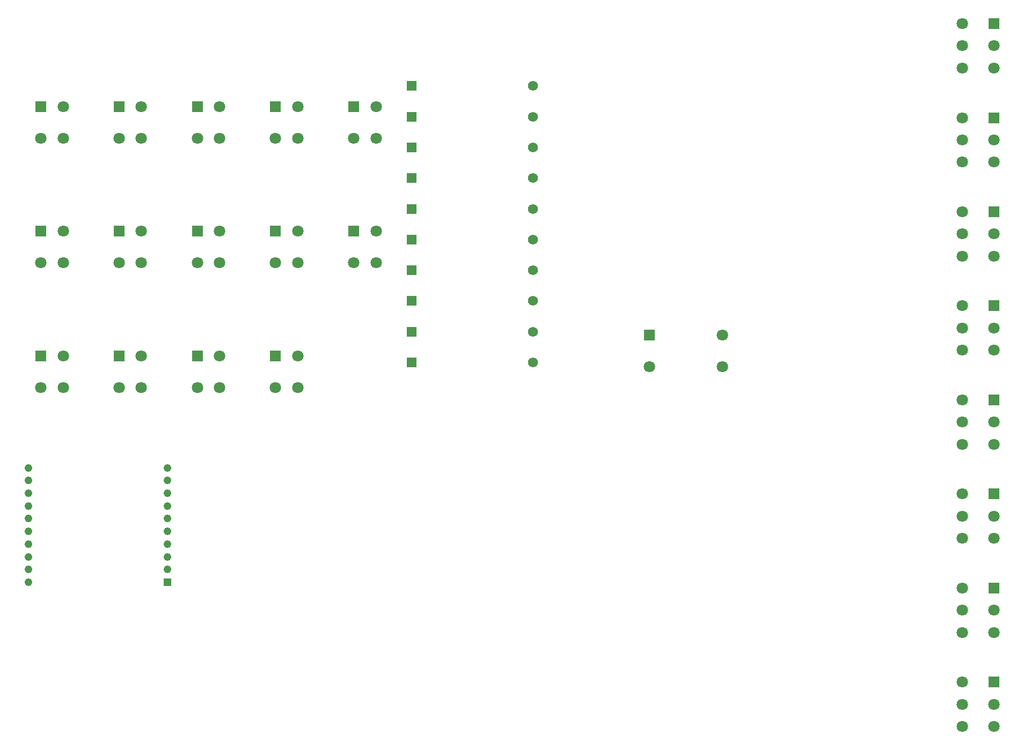
<source format=gbr>
%TF.GenerationSoftware,KiCad,Pcbnew,8.0.4*%
%TF.CreationDate,2024-08-13T00:07:41-07:00*%
%TF.ProjectId,RoboRyo,526f626f-5279-46f2-9e6b-696361645f70,rev?*%
%TF.SameCoordinates,Original*%
%TF.FileFunction,Copper,L3,Inr*%
%TF.FilePolarity,Positive*%
%FSLAX46Y46*%
G04 Gerber Fmt 4.6, Leading zero omitted, Abs format (unit mm)*
G04 Created by KiCad (PCBNEW 8.0.4) date 2024-08-13 00:07:41*
%MOMM*%
%LPD*%
G01*
G04 APERTURE LIST*
%TA.AperFunction,ComponentPad*%
%ADD10R,1.800000X1.800000*%
%TD*%
%TA.AperFunction,ComponentPad*%
%ADD11C,1.800000*%
%TD*%
%TA.AperFunction,ComponentPad*%
%ADD12R,1.214000X1.214000*%
%TD*%
%TA.AperFunction,ComponentPad*%
%ADD13C,1.214000*%
%TD*%
%TA.AperFunction,ComponentPad*%
%ADD14R,1.575000X1.575000*%
%TD*%
%TA.AperFunction,ComponentPad*%
%ADD15C,1.575000*%
%TD*%
G04 APERTURE END LIST*
D10*
%TO.N,+12VA*%
%TO.C,PowerIN1*%
X135350000Y-75650000D03*
D11*
X135350000Y-80650000D03*
%TO.N,GND*%
X146850000Y-75650000D03*
X146850000Y-80650000D03*
%TD*%
D10*
%TO.N,/mPWM8*%
%TO.C,J8*%
X189750000Y-130499999D03*
D11*
X184750000Y-130499999D03*
%TO.N,+5V*%
X189750000Y-133999999D03*
X184750000Y-133999999D03*
%TO.N,GND*%
X189750000Y-137499998D03*
X184750001Y-137499999D03*
%TD*%
D10*
%TO.N,/mPWM6*%
%TO.C,J7*%
X189750000Y-100785710D03*
D11*
X184750000Y-100785710D03*
%TO.N,+5V*%
X189750000Y-104285710D03*
X184750000Y-104285710D03*
%TO.N,GND*%
X189750000Y-107785709D03*
X184750001Y-107785710D03*
%TD*%
D10*
%TO.N,/mPWM4*%
%TO.C,J6*%
X189750000Y-71071426D03*
D11*
X184750000Y-71071426D03*
%TO.N,+5V*%
X189750000Y-74571426D03*
X184750000Y-74571426D03*
%TO.N,GND*%
X189750000Y-78071425D03*
X184750001Y-78071426D03*
%TD*%
D10*
%TO.N,/mPWM2*%
%TO.C,J5*%
X189750000Y-41357142D03*
D11*
X184750000Y-41357142D03*
%TO.N,+5V*%
X189750000Y-44857142D03*
X184750000Y-44857142D03*
%TO.N,GND*%
X189750000Y-48357141D03*
X184750001Y-48357142D03*
%TD*%
D10*
%TO.N,/mPWM7*%
%TO.C,J4*%
X189750000Y-115642852D03*
D11*
X184750000Y-115642852D03*
%TO.N,+5V*%
X189750000Y-119142852D03*
X184750000Y-119142852D03*
%TO.N,GND*%
X189750000Y-122642851D03*
X184750001Y-122642852D03*
%TD*%
D10*
%TO.N,/mPWM5*%
%TO.C,J3*%
X189750000Y-85928568D03*
D11*
X184750000Y-85928568D03*
%TO.N,+5V*%
X189750000Y-89428568D03*
X184750000Y-89428568D03*
%TO.N,GND*%
X189750000Y-92928567D03*
X184750001Y-92928568D03*
%TD*%
D10*
%TO.N,/mPWM3*%
%TO.C,J2*%
X189750000Y-56214284D03*
D11*
X184750000Y-56214284D03*
%TO.N,+5V*%
X189750000Y-59714284D03*
X184750000Y-59714284D03*
%TO.N,GND*%
X189750000Y-63214283D03*
X184750001Y-63214284D03*
%TD*%
D10*
%TO.N,/mPWM1*%
%TO.C,J1*%
X189750000Y-26500000D03*
D11*
X184750000Y-26500000D03*
%TO.N,+5V*%
X189750000Y-30000000D03*
X184750000Y-30000000D03*
%TO.N,GND*%
X189750000Y-33499999D03*
X184750001Y-33500000D03*
%TD*%
D12*
%TO.N,+3V3*%
%TO.C,IC1*%
X59377000Y-114713000D03*
D13*
%TO.N,/Radio_UART_TX*%
X59377000Y-112706000D03*
%TO.N,/Radio_UART_RX*%
X59377000Y-110700000D03*
%TO.N,unconnected-(IC1-SPI_MISO-Pad4)*%
X59377000Y-108693000D03*
%TO.N,unconnected-(IC1-~{RESET}-Pad5)*%
X59377000Y-106687000D03*
%TO.N,unconnected-(IC1-PWM0{slash}RSSI_PWM-Pad6)*%
X59377000Y-104680000D03*
%TO.N,unconnected-(IC1-PWM1-Pad7)*%
X59377000Y-102673000D03*
%TO.N,unconnected-(IC1-RESERVED-Pad8)*%
X59377000Y-100667000D03*
%TO.N,unconnected-(IC1-DI8{slash}SLEEP__RQ{slash}~{DTR}-Pad9)*%
X59377000Y-98660000D03*
%TO.N,GND*%
X59377000Y-96654000D03*
%TO.N,unconnected-(IC1-DIO4{slash}SPI_MOSI-Pad11)*%
X37381000Y-96654000D03*
%TO.N,unconnected-(IC1-DIO7{slash}~{CTS}-Pad12)*%
X37381000Y-98660000D03*
%TO.N,Net-(IC1-ON{slash}~{SLEEP})*%
X37381000Y-100667000D03*
%TO.N,unconnected-(IC1-VREF-Pad14)*%
X37381000Y-102673000D03*
%TO.N,Net-(IC1-DIO5{slash}ASSOC)*%
X37381000Y-104680000D03*
%TO.N,unconnected-(IC1-DIO6{slash}~{RTS}-Pad16)*%
X37381000Y-106687000D03*
%TO.N,unconnected-(IC1-DIO3{slash}AD3{slash}SPI__~{SSEL}-Pad17)*%
X37381000Y-108693000D03*
%TO.N,unconnected-(IC1-DIO2{slash}AD2{slash}SPI__CLK-Pad18)*%
X37381000Y-110700000D03*
%TO.N,unconnected-(IC1-DIO1{slash}AD1{slash}SPI__~{ATTN}-Pad19)*%
X37381000Y-112706000D03*
%TO.N,unconnected-(IC1-DIO0{slash}AD0_-Pad20)*%
X37381000Y-114713000D03*
%TD*%
D10*
%TO.N,/RSL_EX*%
%TO.C,DO13*%
X76397000Y-78975000D03*
D11*
X76397000Y-83975000D03*
%TO.N,GND*%
X79897000Y-78975000D03*
X79897000Y-83975000D03*
%TD*%
D10*
%TO.N,unconnected-(DO12-1.1-Pad1)*%
%TO.C,DO12*%
X64057000Y-78975000D03*
D11*
%TO.N,unconnected-(DO12-1.2-Pad2)*%
X64057000Y-83975000D03*
%TO.N,GND*%
X67557000Y-78975000D03*
X67557000Y-83975000D03*
%TD*%
D10*
%TO.N,/RSL_EX*%
%TO.C,DO11*%
X51717000Y-78975000D03*
D11*
X51717000Y-83975000D03*
%TO.N,GND*%
X55217000Y-78975000D03*
X55217000Y-83975000D03*
%TD*%
D10*
%TO.N,/DO10*%
%TO.C,DO10*%
X39377000Y-78975000D03*
D11*
X39377000Y-83975000D03*
%TO.N,GND*%
X42877000Y-78975000D03*
X42877000Y-83975000D03*
%TD*%
D10*
%TO.N,/DO9*%
%TO.C,DO9*%
X88737000Y-59300000D03*
D11*
X88737000Y-64300000D03*
%TO.N,GND*%
X92237000Y-59300000D03*
X92237000Y-64300000D03*
%TD*%
D10*
%TO.N,/DO8*%
%TO.C,DO8*%
X76397000Y-59300000D03*
D11*
X76397000Y-64300000D03*
%TO.N,GND*%
X79897000Y-59300000D03*
X79897000Y-64300000D03*
%TD*%
D10*
%TO.N,/DO7*%
%TO.C,DO7*%
X64057000Y-59300000D03*
D11*
X64057000Y-64300000D03*
%TO.N,GND*%
X67557000Y-59300000D03*
X67557000Y-64300000D03*
%TD*%
D10*
%TO.N,/DO6*%
%TO.C,DO6*%
X51717000Y-59300000D03*
D11*
X51717000Y-64300000D03*
%TO.N,GND*%
X55217000Y-59300000D03*
X55217000Y-64300000D03*
%TD*%
D10*
%TO.N,/DO5*%
%TO.C,DO5*%
X39377000Y-59300000D03*
D11*
X39377000Y-64300000D03*
%TO.N,GND*%
X42877000Y-59300000D03*
X42877000Y-64300000D03*
%TD*%
D10*
%TO.N,/DO4*%
%TO.C,DO4*%
X88737000Y-39625000D03*
D11*
X88737000Y-44625000D03*
%TO.N,GND*%
X92237000Y-39625000D03*
X92237000Y-44625000D03*
%TD*%
D10*
%TO.N,/DO3*%
%TO.C,DO3*%
X76397000Y-39625000D03*
D11*
X76397000Y-44625000D03*
%TO.N,GND*%
X79897000Y-39625000D03*
X79897000Y-44625000D03*
%TD*%
D10*
%TO.N,/DO2*%
%TO.C,DO2*%
X64057000Y-39625000D03*
D11*
X64057000Y-44625000D03*
%TO.N,GND*%
X67557000Y-39625000D03*
X67557000Y-44625000D03*
%TD*%
D10*
%TO.N,/DO1*%
%TO.C,DO1*%
X51717000Y-39625000D03*
D11*
X51717000Y-44625000D03*
%TO.N,GND*%
X55217000Y-39625000D03*
X55217000Y-44625000D03*
%TD*%
D14*
%TO.N,/DO2*%
%TO.C,D12*%
X97900000Y-80000000D03*
D15*
%TO.N,Net-(D12-A)*%
X117000000Y-80000000D03*
%TD*%
D14*
%TO.N,/DO1*%
%TO.C,D11*%
X97900000Y-75150000D03*
D15*
%TO.N,Net-(D11-A)*%
X117000000Y-75150000D03*
%TD*%
D14*
%TO.N,/DO4*%
%TO.C,D10*%
X97900000Y-70300000D03*
D15*
%TO.N,Net-(D10-A)*%
X117000000Y-70300000D03*
%TD*%
D14*
%TO.N,/DO3*%
%TO.C,D9*%
X97900000Y-65450000D03*
D15*
%TO.N,Net-(D9-A)*%
X117000000Y-65450000D03*
%TD*%
D14*
%TO.N,/DO6*%
%TO.C,D8*%
X97900000Y-60600000D03*
D15*
%TO.N,Net-(D8-A)*%
X117000000Y-60600000D03*
%TD*%
D14*
%TO.N,/DO5*%
%TO.C,D7*%
X97900000Y-55750000D03*
D15*
%TO.N,Net-(D7-A)*%
X117000000Y-55750000D03*
%TD*%
D14*
%TO.N,/DO8*%
%TO.C,D6*%
X97900000Y-50900000D03*
D15*
%TO.N,Net-(D6-A)*%
X117000000Y-50900000D03*
%TD*%
D14*
%TO.N,/DO10*%
%TO.C,D3*%
X97900000Y-46050000D03*
D15*
%TO.N,Net-(D3-A)*%
X117000000Y-46050000D03*
%TD*%
D14*
%TO.N,/DO9*%
%TO.C,D2*%
X97900000Y-41200000D03*
D15*
%TO.N,Net-(D2-A)*%
X117000000Y-41200000D03*
%TD*%
D14*
%TO.N,/DO7*%
%TO.C,D1*%
X97900000Y-36350000D03*
D15*
%TO.N,Net-(D1-A)*%
X117000000Y-36350000D03*
%TD*%
D10*
%TO.N,/CAN_RX*%
%TO.C,CAN1*%
X39377000Y-39625000D03*
D11*
X39377000Y-44625000D03*
%TO.N,/CAN_TX*%
X42877000Y-39625000D03*
X42877000Y-44625000D03*
%TD*%
M02*

</source>
